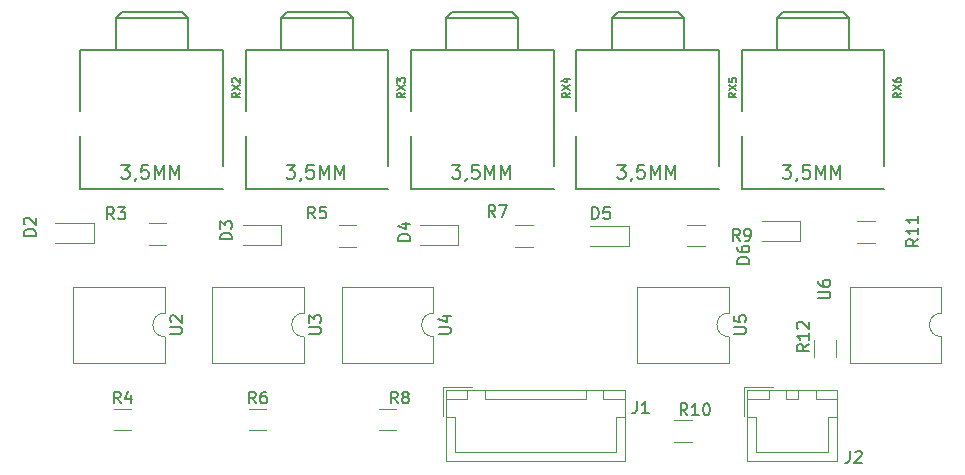
<source format=gbr>
%TF.GenerationSoftware,KiCad,Pcbnew,7.0.1-1.fc37*%
%TF.CreationDate,2023-03-21T22:33:27-05:00*%
%TF.ProjectId,midi_rx_board,6d696469-5f72-4785-9f62-6f6172642e6b,rev?*%
%TF.SameCoordinates,Original*%
%TF.FileFunction,Legend,Top*%
%TF.FilePolarity,Positive*%
%FSLAX46Y46*%
G04 Gerber Fmt 4.6, Leading zero omitted, Abs format (unit mm)*
G04 Created by KiCad (PCBNEW 7.0.1-1.fc37) date 2023-03-21 22:33:27*
%MOMM*%
%LPD*%
G01*
G04 APERTURE LIST*
%ADD10C,0.150000*%
%ADD11C,0.146304*%
%ADD12C,0.127000*%
%ADD13C,0.120000*%
%ADD14C,0.203200*%
G04 APERTURE END LIST*
D10*
%TO.C,U4*%
X158332619Y-46761904D02*
X159142142Y-46761904D01*
X159142142Y-46761904D02*
X159237380Y-46714285D01*
X159237380Y-46714285D02*
X159285000Y-46666666D01*
X159285000Y-46666666D02*
X159332619Y-46571428D01*
X159332619Y-46571428D02*
X159332619Y-46380952D01*
X159332619Y-46380952D02*
X159285000Y-46285714D01*
X159285000Y-46285714D02*
X159237380Y-46238095D01*
X159237380Y-46238095D02*
X159142142Y-46190476D01*
X159142142Y-46190476D02*
X158332619Y-46190476D01*
X158665952Y-45285714D02*
X159332619Y-45285714D01*
X158285000Y-45523809D02*
X158999285Y-45761904D01*
X158999285Y-45761904D02*
X158999285Y-45142857D01*
%TO.C,D3*%
X140803681Y-38767968D02*
X139803681Y-38767968D01*
X139803681Y-38767968D02*
X139803681Y-38529873D01*
X139803681Y-38529873D02*
X139851300Y-38387016D01*
X139851300Y-38387016D02*
X139946538Y-38291778D01*
X139946538Y-38291778D02*
X140041776Y-38244159D01*
X140041776Y-38244159D02*
X140232252Y-38196540D01*
X140232252Y-38196540D02*
X140375109Y-38196540D01*
X140375109Y-38196540D02*
X140565585Y-38244159D01*
X140565585Y-38244159D02*
X140660823Y-38291778D01*
X140660823Y-38291778D02*
X140756062Y-38387016D01*
X140756062Y-38387016D02*
X140803681Y-38529873D01*
X140803681Y-38529873D02*
X140803681Y-38767968D01*
X139803681Y-37863206D02*
X139803681Y-37244159D01*
X139803681Y-37244159D02*
X140184633Y-37577492D01*
X140184633Y-37577492D02*
X140184633Y-37434635D01*
X140184633Y-37434635D02*
X140232252Y-37339397D01*
X140232252Y-37339397D02*
X140279871Y-37291778D01*
X140279871Y-37291778D02*
X140375109Y-37244159D01*
X140375109Y-37244159D02*
X140613204Y-37244159D01*
X140613204Y-37244159D02*
X140708442Y-37291778D01*
X140708442Y-37291778D02*
X140756062Y-37339397D01*
X140756062Y-37339397D02*
X140803681Y-37434635D01*
X140803681Y-37434635D02*
X140803681Y-37720349D01*
X140803681Y-37720349D02*
X140756062Y-37815587D01*
X140756062Y-37815587D02*
X140708442Y-37863206D01*
D11*
%TO.C,RX4*%
X169398433Y-26359467D02*
X169081054Y-26581632D01*
X169398433Y-26740322D02*
X168731937Y-26740322D01*
X168731937Y-26740322D02*
X168731937Y-26486419D01*
X168731937Y-26486419D02*
X168763675Y-26422943D01*
X168763675Y-26422943D02*
X168795413Y-26391205D01*
X168795413Y-26391205D02*
X168858889Y-26359467D01*
X168858889Y-26359467D02*
X168954103Y-26359467D01*
X168954103Y-26359467D02*
X169017579Y-26391205D01*
X169017579Y-26391205D02*
X169049316Y-26422943D01*
X169049316Y-26422943D02*
X169081054Y-26486419D01*
X169081054Y-26486419D02*
X169081054Y-26740322D01*
X168731937Y-26137302D02*
X169398433Y-25692971D01*
X168731937Y-25692971D02*
X169398433Y-26137302D01*
X168954103Y-25153427D02*
X169398433Y-25153427D01*
X168700200Y-25312116D02*
X169176268Y-25470806D01*
X169176268Y-25470806D02*
X169176268Y-25058213D01*
D12*
X159432285Y-32485118D02*
X160139857Y-32485118D01*
X160139857Y-32485118D02*
X159758857Y-32920547D01*
X159758857Y-32920547D02*
X159922142Y-32920547D01*
X159922142Y-32920547D02*
X160031000Y-32974975D01*
X160031000Y-32974975D02*
X160085428Y-33029404D01*
X160085428Y-33029404D02*
X160139857Y-33138261D01*
X160139857Y-33138261D02*
X160139857Y-33410404D01*
X160139857Y-33410404D02*
X160085428Y-33519261D01*
X160085428Y-33519261D02*
X160031000Y-33573690D01*
X160031000Y-33573690D02*
X159922142Y-33628118D01*
X159922142Y-33628118D02*
X159595571Y-33628118D01*
X159595571Y-33628118D02*
X159486714Y-33573690D01*
X159486714Y-33573690D02*
X159432285Y-33519261D01*
X160684142Y-33573690D02*
X160684142Y-33628118D01*
X160684142Y-33628118D02*
X160629713Y-33736975D01*
X160629713Y-33736975D02*
X160575285Y-33791404D01*
X161718285Y-32485118D02*
X161173999Y-32485118D01*
X161173999Y-32485118D02*
X161119571Y-33029404D01*
X161119571Y-33029404D02*
X161173999Y-32974975D01*
X161173999Y-32974975D02*
X161282857Y-32920547D01*
X161282857Y-32920547D02*
X161554999Y-32920547D01*
X161554999Y-32920547D02*
X161663857Y-32974975D01*
X161663857Y-32974975D02*
X161718285Y-33029404D01*
X161718285Y-33029404D02*
X161772714Y-33138261D01*
X161772714Y-33138261D02*
X161772714Y-33410404D01*
X161772714Y-33410404D02*
X161718285Y-33519261D01*
X161718285Y-33519261D02*
X161663857Y-33573690D01*
X161663857Y-33573690D02*
X161554999Y-33628118D01*
X161554999Y-33628118D02*
X161282857Y-33628118D01*
X161282857Y-33628118D02*
X161173999Y-33573690D01*
X161173999Y-33573690D02*
X161119571Y-33519261D01*
X162262570Y-33628118D02*
X162262570Y-32485118D01*
X162262570Y-32485118D02*
X162643570Y-33301547D01*
X162643570Y-33301547D02*
X163024570Y-32485118D01*
X163024570Y-32485118D02*
X163024570Y-33628118D01*
X163568856Y-33628118D02*
X163568856Y-32485118D01*
X163568856Y-32485118D02*
X163949856Y-33301547D01*
X163949856Y-33301547D02*
X164330856Y-32485118D01*
X164330856Y-32485118D02*
X164330856Y-33628118D01*
D10*
%TO.C,U2*%
X135567619Y-46761904D02*
X136377142Y-46761904D01*
X136377142Y-46761904D02*
X136472380Y-46714285D01*
X136472380Y-46714285D02*
X136520000Y-46666666D01*
X136520000Y-46666666D02*
X136567619Y-46571428D01*
X136567619Y-46571428D02*
X136567619Y-46380952D01*
X136567619Y-46380952D02*
X136520000Y-46285714D01*
X136520000Y-46285714D02*
X136472380Y-46238095D01*
X136472380Y-46238095D02*
X136377142Y-46190476D01*
X136377142Y-46190476D02*
X135567619Y-46190476D01*
X135662857Y-45761904D02*
X135615238Y-45714285D01*
X135615238Y-45714285D02*
X135567619Y-45619047D01*
X135567619Y-45619047D02*
X135567619Y-45380952D01*
X135567619Y-45380952D02*
X135615238Y-45285714D01*
X135615238Y-45285714D02*
X135662857Y-45238095D01*
X135662857Y-45238095D02*
X135758095Y-45190476D01*
X135758095Y-45190476D02*
X135853333Y-45190476D01*
X135853333Y-45190476D02*
X135996190Y-45238095D01*
X135996190Y-45238095D02*
X136567619Y-45809523D01*
X136567619Y-45809523D02*
X136567619Y-45190476D01*
%TO.C,U6*%
X190462619Y-43761904D02*
X191272142Y-43761904D01*
X191272142Y-43761904D02*
X191367380Y-43714285D01*
X191367380Y-43714285D02*
X191415000Y-43666666D01*
X191415000Y-43666666D02*
X191462619Y-43571428D01*
X191462619Y-43571428D02*
X191462619Y-43380952D01*
X191462619Y-43380952D02*
X191415000Y-43285714D01*
X191415000Y-43285714D02*
X191367380Y-43238095D01*
X191367380Y-43238095D02*
X191272142Y-43190476D01*
X191272142Y-43190476D02*
X190462619Y-43190476D01*
X190462619Y-42285714D02*
X190462619Y-42476190D01*
X190462619Y-42476190D02*
X190510238Y-42571428D01*
X190510238Y-42571428D02*
X190557857Y-42619047D01*
X190557857Y-42619047D02*
X190700714Y-42714285D01*
X190700714Y-42714285D02*
X190891190Y-42761904D01*
X190891190Y-42761904D02*
X191272142Y-42761904D01*
X191272142Y-42761904D02*
X191367380Y-42714285D01*
X191367380Y-42714285D02*
X191415000Y-42666666D01*
X191415000Y-42666666D02*
X191462619Y-42571428D01*
X191462619Y-42571428D02*
X191462619Y-42380952D01*
X191462619Y-42380952D02*
X191415000Y-42285714D01*
X191415000Y-42285714D02*
X191367380Y-42238095D01*
X191367380Y-42238095D02*
X191272142Y-42190476D01*
X191272142Y-42190476D02*
X191034047Y-42190476D01*
X191034047Y-42190476D02*
X190938809Y-42238095D01*
X190938809Y-42238095D02*
X190891190Y-42285714D01*
X190891190Y-42285714D02*
X190843571Y-42380952D01*
X190843571Y-42380952D02*
X190843571Y-42571428D01*
X190843571Y-42571428D02*
X190891190Y-42666666D01*
X190891190Y-42666666D02*
X190938809Y-42714285D01*
X190938809Y-42714285D02*
X191034047Y-42761904D01*
%TO.C,R3*%
X130823050Y-37053445D02*
X130489717Y-36577254D01*
X130251622Y-37053445D02*
X130251622Y-36053445D01*
X130251622Y-36053445D02*
X130632574Y-36053445D01*
X130632574Y-36053445D02*
X130727812Y-36101064D01*
X130727812Y-36101064D02*
X130775431Y-36148683D01*
X130775431Y-36148683D02*
X130823050Y-36243921D01*
X130823050Y-36243921D02*
X130823050Y-36386778D01*
X130823050Y-36386778D02*
X130775431Y-36482016D01*
X130775431Y-36482016D02*
X130727812Y-36529635D01*
X130727812Y-36529635D02*
X130632574Y-36577254D01*
X130632574Y-36577254D02*
X130251622Y-36577254D01*
X131156384Y-36053445D02*
X131775431Y-36053445D01*
X131775431Y-36053445D02*
X131442098Y-36434397D01*
X131442098Y-36434397D02*
X131584955Y-36434397D01*
X131584955Y-36434397D02*
X131680193Y-36482016D01*
X131680193Y-36482016D02*
X131727812Y-36529635D01*
X131727812Y-36529635D02*
X131775431Y-36624873D01*
X131775431Y-36624873D02*
X131775431Y-36862968D01*
X131775431Y-36862968D02*
X131727812Y-36958206D01*
X131727812Y-36958206D02*
X131680193Y-37005826D01*
X131680193Y-37005826D02*
X131584955Y-37053445D01*
X131584955Y-37053445D02*
X131299241Y-37053445D01*
X131299241Y-37053445D02*
X131204003Y-37005826D01*
X131204003Y-37005826D02*
X131156384Y-36958206D01*
%TO.C,U3*%
X147332619Y-46761904D02*
X148142142Y-46761904D01*
X148142142Y-46761904D02*
X148237380Y-46714285D01*
X148237380Y-46714285D02*
X148285000Y-46666666D01*
X148285000Y-46666666D02*
X148332619Y-46571428D01*
X148332619Y-46571428D02*
X148332619Y-46380952D01*
X148332619Y-46380952D02*
X148285000Y-46285714D01*
X148285000Y-46285714D02*
X148237380Y-46238095D01*
X148237380Y-46238095D02*
X148142142Y-46190476D01*
X148142142Y-46190476D02*
X147332619Y-46190476D01*
X147332619Y-45809523D02*
X147332619Y-45190476D01*
X147332619Y-45190476D02*
X147713571Y-45523809D01*
X147713571Y-45523809D02*
X147713571Y-45380952D01*
X147713571Y-45380952D02*
X147761190Y-45285714D01*
X147761190Y-45285714D02*
X147808809Y-45238095D01*
X147808809Y-45238095D02*
X147904047Y-45190476D01*
X147904047Y-45190476D02*
X148142142Y-45190476D01*
X148142142Y-45190476D02*
X148237380Y-45238095D01*
X148237380Y-45238095D02*
X148285000Y-45285714D01*
X148285000Y-45285714D02*
X148332619Y-45380952D01*
X148332619Y-45380952D02*
X148332619Y-45666666D01*
X148332619Y-45666666D02*
X148285000Y-45761904D01*
X148285000Y-45761904D02*
X148237380Y-45809523D01*
%TO.C,J2*%
X193132848Y-56677549D02*
X193132848Y-57391834D01*
X193132848Y-57391834D02*
X193085229Y-57534691D01*
X193085229Y-57534691D02*
X192989991Y-57629930D01*
X192989991Y-57629930D02*
X192847134Y-57677549D01*
X192847134Y-57677549D02*
X192751896Y-57677549D01*
X193561420Y-56772787D02*
X193609039Y-56725168D01*
X193609039Y-56725168D02*
X193704277Y-56677549D01*
X193704277Y-56677549D02*
X193942372Y-56677549D01*
X193942372Y-56677549D02*
X194037610Y-56725168D01*
X194037610Y-56725168D02*
X194085229Y-56772787D01*
X194085229Y-56772787D02*
X194132848Y-56868025D01*
X194132848Y-56868025D02*
X194132848Y-56963263D01*
X194132848Y-56963263D02*
X194085229Y-57106120D01*
X194085229Y-57106120D02*
X193513801Y-57677549D01*
X193513801Y-57677549D02*
X194132848Y-57677549D01*
D11*
%TO.C,RX5*%
X183518433Y-26359467D02*
X183201054Y-26581632D01*
X183518433Y-26740322D02*
X182851937Y-26740322D01*
X182851937Y-26740322D02*
X182851937Y-26486419D01*
X182851937Y-26486419D02*
X182883675Y-26422943D01*
X182883675Y-26422943D02*
X182915413Y-26391205D01*
X182915413Y-26391205D02*
X182978889Y-26359467D01*
X182978889Y-26359467D02*
X183074103Y-26359467D01*
X183074103Y-26359467D02*
X183137579Y-26391205D01*
X183137579Y-26391205D02*
X183169316Y-26422943D01*
X183169316Y-26422943D02*
X183201054Y-26486419D01*
X183201054Y-26486419D02*
X183201054Y-26740322D01*
X182851937Y-26137302D02*
X183518433Y-25692971D01*
X182851937Y-25692971D02*
X183518433Y-26137302D01*
X182851937Y-25121689D02*
X182851937Y-25439068D01*
X182851937Y-25439068D02*
X183169316Y-25470806D01*
X183169316Y-25470806D02*
X183137579Y-25439068D01*
X183137579Y-25439068D02*
X183105841Y-25375592D01*
X183105841Y-25375592D02*
X183105841Y-25216903D01*
X183105841Y-25216903D02*
X183137579Y-25153427D01*
X183137579Y-25153427D02*
X183169316Y-25121689D01*
X183169316Y-25121689D02*
X183232792Y-25089951D01*
X183232792Y-25089951D02*
X183391482Y-25089951D01*
X183391482Y-25089951D02*
X183454958Y-25121689D01*
X183454958Y-25121689D02*
X183486696Y-25153427D01*
X183486696Y-25153427D02*
X183518433Y-25216903D01*
X183518433Y-25216903D02*
X183518433Y-25375592D01*
X183518433Y-25375592D02*
X183486696Y-25439068D01*
X183486696Y-25439068D02*
X183454958Y-25470806D01*
D12*
X173432285Y-32485118D02*
X174139857Y-32485118D01*
X174139857Y-32485118D02*
X173758857Y-32920547D01*
X173758857Y-32920547D02*
X173922142Y-32920547D01*
X173922142Y-32920547D02*
X174031000Y-32974975D01*
X174031000Y-32974975D02*
X174085428Y-33029404D01*
X174085428Y-33029404D02*
X174139857Y-33138261D01*
X174139857Y-33138261D02*
X174139857Y-33410404D01*
X174139857Y-33410404D02*
X174085428Y-33519261D01*
X174085428Y-33519261D02*
X174031000Y-33573690D01*
X174031000Y-33573690D02*
X173922142Y-33628118D01*
X173922142Y-33628118D02*
X173595571Y-33628118D01*
X173595571Y-33628118D02*
X173486714Y-33573690D01*
X173486714Y-33573690D02*
X173432285Y-33519261D01*
X174684142Y-33573690D02*
X174684142Y-33628118D01*
X174684142Y-33628118D02*
X174629713Y-33736975D01*
X174629713Y-33736975D02*
X174575285Y-33791404D01*
X175718285Y-32485118D02*
X175173999Y-32485118D01*
X175173999Y-32485118D02*
X175119571Y-33029404D01*
X175119571Y-33029404D02*
X175173999Y-32974975D01*
X175173999Y-32974975D02*
X175282857Y-32920547D01*
X175282857Y-32920547D02*
X175554999Y-32920547D01*
X175554999Y-32920547D02*
X175663857Y-32974975D01*
X175663857Y-32974975D02*
X175718285Y-33029404D01*
X175718285Y-33029404D02*
X175772714Y-33138261D01*
X175772714Y-33138261D02*
X175772714Y-33410404D01*
X175772714Y-33410404D02*
X175718285Y-33519261D01*
X175718285Y-33519261D02*
X175663857Y-33573690D01*
X175663857Y-33573690D02*
X175554999Y-33628118D01*
X175554999Y-33628118D02*
X175282857Y-33628118D01*
X175282857Y-33628118D02*
X175173999Y-33573690D01*
X175173999Y-33573690D02*
X175119571Y-33519261D01*
X176262570Y-33628118D02*
X176262570Y-32485118D01*
X176262570Y-32485118D02*
X176643570Y-33301547D01*
X176643570Y-33301547D02*
X177024570Y-32485118D01*
X177024570Y-32485118D02*
X177024570Y-33628118D01*
X177568856Y-33628118D02*
X177568856Y-32485118D01*
X177568856Y-32485118D02*
X177949856Y-33301547D01*
X177949856Y-33301547D02*
X178330856Y-32485118D01*
X178330856Y-32485118D02*
X178330856Y-33628118D01*
D10*
%TO.C,R7*%
X163110879Y-36875511D02*
X162777546Y-36399320D01*
X162539451Y-36875511D02*
X162539451Y-35875511D01*
X162539451Y-35875511D02*
X162920403Y-35875511D01*
X162920403Y-35875511D02*
X163015641Y-35923130D01*
X163015641Y-35923130D02*
X163063260Y-35970749D01*
X163063260Y-35970749D02*
X163110879Y-36065987D01*
X163110879Y-36065987D02*
X163110879Y-36208844D01*
X163110879Y-36208844D02*
X163063260Y-36304082D01*
X163063260Y-36304082D02*
X163015641Y-36351701D01*
X163015641Y-36351701D02*
X162920403Y-36399320D01*
X162920403Y-36399320D02*
X162539451Y-36399320D01*
X163444213Y-35875511D02*
X164110879Y-35875511D01*
X164110879Y-35875511D02*
X163682308Y-36875511D01*
D11*
%TO.C,RX6*%
X197458433Y-26359467D02*
X197141054Y-26581632D01*
X197458433Y-26740322D02*
X196791937Y-26740322D01*
X196791937Y-26740322D02*
X196791937Y-26486419D01*
X196791937Y-26486419D02*
X196823675Y-26422943D01*
X196823675Y-26422943D02*
X196855413Y-26391205D01*
X196855413Y-26391205D02*
X196918889Y-26359467D01*
X196918889Y-26359467D02*
X197014103Y-26359467D01*
X197014103Y-26359467D02*
X197077579Y-26391205D01*
X197077579Y-26391205D02*
X197109316Y-26422943D01*
X197109316Y-26422943D02*
X197141054Y-26486419D01*
X197141054Y-26486419D02*
X197141054Y-26740322D01*
X196791937Y-26137302D02*
X197458433Y-25692971D01*
X196791937Y-25692971D02*
X197458433Y-26137302D01*
X196791937Y-25153427D02*
X196791937Y-25280378D01*
X196791937Y-25280378D02*
X196823675Y-25343854D01*
X196823675Y-25343854D02*
X196855413Y-25375592D01*
X196855413Y-25375592D02*
X196950627Y-25439068D01*
X196950627Y-25439068D02*
X197077579Y-25470806D01*
X197077579Y-25470806D02*
X197331482Y-25470806D01*
X197331482Y-25470806D02*
X197394958Y-25439068D01*
X197394958Y-25439068D02*
X197426696Y-25407330D01*
X197426696Y-25407330D02*
X197458433Y-25343854D01*
X197458433Y-25343854D02*
X197458433Y-25216903D01*
X197458433Y-25216903D02*
X197426696Y-25153427D01*
X197426696Y-25153427D02*
X197394958Y-25121689D01*
X197394958Y-25121689D02*
X197331482Y-25089951D01*
X197331482Y-25089951D02*
X197172792Y-25089951D01*
X197172792Y-25089951D02*
X197109316Y-25121689D01*
X197109316Y-25121689D02*
X197077579Y-25153427D01*
X197077579Y-25153427D02*
X197045841Y-25216903D01*
X197045841Y-25216903D02*
X197045841Y-25343854D01*
X197045841Y-25343854D02*
X197077579Y-25407330D01*
X197077579Y-25407330D02*
X197109316Y-25439068D01*
X197109316Y-25439068D02*
X197172792Y-25470806D01*
D12*
X187432285Y-32485118D02*
X188139857Y-32485118D01*
X188139857Y-32485118D02*
X187758857Y-32920547D01*
X187758857Y-32920547D02*
X187922142Y-32920547D01*
X187922142Y-32920547D02*
X188031000Y-32974975D01*
X188031000Y-32974975D02*
X188085428Y-33029404D01*
X188085428Y-33029404D02*
X188139857Y-33138261D01*
X188139857Y-33138261D02*
X188139857Y-33410404D01*
X188139857Y-33410404D02*
X188085428Y-33519261D01*
X188085428Y-33519261D02*
X188031000Y-33573690D01*
X188031000Y-33573690D02*
X187922142Y-33628118D01*
X187922142Y-33628118D02*
X187595571Y-33628118D01*
X187595571Y-33628118D02*
X187486714Y-33573690D01*
X187486714Y-33573690D02*
X187432285Y-33519261D01*
X188684142Y-33573690D02*
X188684142Y-33628118D01*
X188684142Y-33628118D02*
X188629713Y-33736975D01*
X188629713Y-33736975D02*
X188575285Y-33791404D01*
X189718285Y-32485118D02*
X189173999Y-32485118D01*
X189173999Y-32485118D02*
X189119571Y-33029404D01*
X189119571Y-33029404D02*
X189173999Y-32974975D01*
X189173999Y-32974975D02*
X189282857Y-32920547D01*
X189282857Y-32920547D02*
X189554999Y-32920547D01*
X189554999Y-32920547D02*
X189663857Y-32974975D01*
X189663857Y-32974975D02*
X189718285Y-33029404D01*
X189718285Y-33029404D02*
X189772714Y-33138261D01*
X189772714Y-33138261D02*
X189772714Y-33410404D01*
X189772714Y-33410404D02*
X189718285Y-33519261D01*
X189718285Y-33519261D02*
X189663857Y-33573690D01*
X189663857Y-33573690D02*
X189554999Y-33628118D01*
X189554999Y-33628118D02*
X189282857Y-33628118D01*
X189282857Y-33628118D02*
X189173999Y-33573690D01*
X189173999Y-33573690D02*
X189119571Y-33519261D01*
X190262570Y-33628118D02*
X190262570Y-32485118D01*
X190262570Y-32485118D02*
X190643570Y-33301547D01*
X190643570Y-33301547D02*
X191024570Y-32485118D01*
X191024570Y-32485118D02*
X191024570Y-33628118D01*
X191568856Y-33628118D02*
X191568856Y-32485118D01*
X191568856Y-32485118D02*
X191949856Y-33301547D01*
X191949856Y-33301547D02*
X192330856Y-32485118D01*
X192330856Y-32485118D02*
X192330856Y-33628118D01*
D10*
%TO.C,D5*%
X171304688Y-37037659D02*
X171304688Y-36037659D01*
X171304688Y-36037659D02*
X171542783Y-36037659D01*
X171542783Y-36037659D02*
X171685640Y-36085278D01*
X171685640Y-36085278D02*
X171780878Y-36180516D01*
X171780878Y-36180516D02*
X171828497Y-36275754D01*
X171828497Y-36275754D02*
X171876116Y-36466230D01*
X171876116Y-36466230D02*
X171876116Y-36609087D01*
X171876116Y-36609087D02*
X171828497Y-36799563D01*
X171828497Y-36799563D02*
X171780878Y-36894801D01*
X171780878Y-36894801D02*
X171685640Y-36990040D01*
X171685640Y-36990040D02*
X171542783Y-37037659D01*
X171542783Y-37037659D02*
X171304688Y-37037659D01*
X172780878Y-36037659D02*
X172304688Y-36037659D01*
X172304688Y-36037659D02*
X172257069Y-36513849D01*
X172257069Y-36513849D02*
X172304688Y-36466230D01*
X172304688Y-36466230D02*
X172399926Y-36418611D01*
X172399926Y-36418611D02*
X172638021Y-36418611D01*
X172638021Y-36418611D02*
X172733259Y-36466230D01*
X172733259Y-36466230D02*
X172780878Y-36513849D01*
X172780878Y-36513849D02*
X172828497Y-36609087D01*
X172828497Y-36609087D02*
X172828497Y-36847182D01*
X172828497Y-36847182D02*
X172780878Y-36942420D01*
X172780878Y-36942420D02*
X172733259Y-36990040D01*
X172733259Y-36990040D02*
X172638021Y-37037659D01*
X172638021Y-37037659D02*
X172399926Y-37037659D01*
X172399926Y-37037659D02*
X172304688Y-36990040D01*
X172304688Y-36990040D02*
X172257069Y-36942420D01*
%TO.C,R9*%
X183806956Y-38875167D02*
X183473623Y-38398976D01*
X183235528Y-38875167D02*
X183235528Y-37875167D01*
X183235528Y-37875167D02*
X183616480Y-37875167D01*
X183616480Y-37875167D02*
X183711718Y-37922786D01*
X183711718Y-37922786D02*
X183759337Y-37970405D01*
X183759337Y-37970405D02*
X183806956Y-38065643D01*
X183806956Y-38065643D02*
X183806956Y-38208500D01*
X183806956Y-38208500D02*
X183759337Y-38303738D01*
X183759337Y-38303738D02*
X183711718Y-38351357D01*
X183711718Y-38351357D02*
X183616480Y-38398976D01*
X183616480Y-38398976D02*
X183235528Y-38398976D01*
X184283147Y-38875167D02*
X184473623Y-38875167D01*
X184473623Y-38875167D02*
X184568861Y-38827548D01*
X184568861Y-38827548D02*
X184616480Y-38779928D01*
X184616480Y-38779928D02*
X184711718Y-38637071D01*
X184711718Y-38637071D02*
X184759337Y-38446595D01*
X184759337Y-38446595D02*
X184759337Y-38065643D01*
X184759337Y-38065643D02*
X184711718Y-37970405D01*
X184711718Y-37970405D02*
X184664099Y-37922786D01*
X184664099Y-37922786D02*
X184568861Y-37875167D01*
X184568861Y-37875167D02*
X184378385Y-37875167D01*
X184378385Y-37875167D02*
X184283147Y-37922786D01*
X184283147Y-37922786D02*
X184235528Y-37970405D01*
X184235528Y-37970405D02*
X184187909Y-38065643D01*
X184187909Y-38065643D02*
X184187909Y-38303738D01*
X184187909Y-38303738D02*
X184235528Y-38398976D01*
X184235528Y-38398976D02*
X184283147Y-38446595D01*
X184283147Y-38446595D02*
X184378385Y-38494214D01*
X184378385Y-38494214D02*
X184568861Y-38494214D01*
X184568861Y-38494214D02*
X184664099Y-38446595D01*
X184664099Y-38446595D02*
X184711718Y-38398976D01*
X184711718Y-38398976D02*
X184759337Y-38303738D01*
%TO.C,J1*%
X175086809Y-52470220D02*
X175086809Y-53184505D01*
X175086809Y-53184505D02*
X175039190Y-53327362D01*
X175039190Y-53327362D02*
X174943952Y-53422601D01*
X174943952Y-53422601D02*
X174801095Y-53470220D01*
X174801095Y-53470220D02*
X174705857Y-53470220D01*
X176086809Y-53470220D02*
X175515381Y-53470220D01*
X175801095Y-53470220D02*
X175801095Y-52470220D01*
X175801095Y-52470220D02*
X175705857Y-52613077D01*
X175705857Y-52613077D02*
X175610619Y-52708315D01*
X175610619Y-52708315D02*
X175515381Y-52755934D01*
%TO.C,D4*%
X155890516Y-38860366D02*
X154890516Y-38860366D01*
X154890516Y-38860366D02*
X154890516Y-38622271D01*
X154890516Y-38622271D02*
X154938135Y-38479414D01*
X154938135Y-38479414D02*
X155033373Y-38384176D01*
X155033373Y-38384176D02*
X155128611Y-38336557D01*
X155128611Y-38336557D02*
X155319087Y-38288938D01*
X155319087Y-38288938D02*
X155461944Y-38288938D01*
X155461944Y-38288938D02*
X155652420Y-38336557D01*
X155652420Y-38336557D02*
X155747658Y-38384176D01*
X155747658Y-38384176D02*
X155842897Y-38479414D01*
X155842897Y-38479414D02*
X155890516Y-38622271D01*
X155890516Y-38622271D02*
X155890516Y-38860366D01*
X155223849Y-37431795D02*
X155890516Y-37431795D01*
X154842897Y-37669890D02*
X155557182Y-37907985D01*
X155557182Y-37907985D02*
X155557182Y-37288938D01*
%TO.C,D2*%
X124190797Y-38441751D02*
X123190797Y-38441751D01*
X123190797Y-38441751D02*
X123190797Y-38203656D01*
X123190797Y-38203656D02*
X123238416Y-38060799D01*
X123238416Y-38060799D02*
X123333654Y-37965561D01*
X123333654Y-37965561D02*
X123428892Y-37917942D01*
X123428892Y-37917942D02*
X123619368Y-37870323D01*
X123619368Y-37870323D02*
X123762225Y-37870323D01*
X123762225Y-37870323D02*
X123952701Y-37917942D01*
X123952701Y-37917942D02*
X124047939Y-37965561D01*
X124047939Y-37965561D02*
X124143178Y-38060799D01*
X124143178Y-38060799D02*
X124190797Y-38203656D01*
X124190797Y-38203656D02*
X124190797Y-38441751D01*
X123286035Y-37489370D02*
X123238416Y-37441751D01*
X123238416Y-37441751D02*
X123190797Y-37346513D01*
X123190797Y-37346513D02*
X123190797Y-37108418D01*
X123190797Y-37108418D02*
X123238416Y-37013180D01*
X123238416Y-37013180D02*
X123286035Y-36965561D01*
X123286035Y-36965561D02*
X123381273Y-36917942D01*
X123381273Y-36917942D02*
X123476511Y-36917942D01*
X123476511Y-36917942D02*
X123619368Y-36965561D01*
X123619368Y-36965561D02*
X124190797Y-37536989D01*
X124190797Y-37536989D02*
X124190797Y-36917942D01*
%TO.C,R6*%
X142833333Y-52642619D02*
X142500000Y-52166428D01*
X142261905Y-52642619D02*
X142261905Y-51642619D01*
X142261905Y-51642619D02*
X142642857Y-51642619D01*
X142642857Y-51642619D02*
X142738095Y-51690238D01*
X142738095Y-51690238D02*
X142785714Y-51737857D01*
X142785714Y-51737857D02*
X142833333Y-51833095D01*
X142833333Y-51833095D02*
X142833333Y-51975952D01*
X142833333Y-51975952D02*
X142785714Y-52071190D01*
X142785714Y-52071190D02*
X142738095Y-52118809D01*
X142738095Y-52118809D02*
X142642857Y-52166428D01*
X142642857Y-52166428D02*
X142261905Y-52166428D01*
X143690476Y-51642619D02*
X143500000Y-51642619D01*
X143500000Y-51642619D02*
X143404762Y-51690238D01*
X143404762Y-51690238D02*
X143357143Y-51737857D01*
X143357143Y-51737857D02*
X143261905Y-51880714D01*
X143261905Y-51880714D02*
X143214286Y-52071190D01*
X143214286Y-52071190D02*
X143214286Y-52452142D01*
X143214286Y-52452142D02*
X143261905Y-52547380D01*
X143261905Y-52547380D02*
X143309524Y-52595000D01*
X143309524Y-52595000D02*
X143404762Y-52642619D01*
X143404762Y-52642619D02*
X143595238Y-52642619D01*
X143595238Y-52642619D02*
X143690476Y-52595000D01*
X143690476Y-52595000D02*
X143738095Y-52547380D01*
X143738095Y-52547380D02*
X143785714Y-52452142D01*
X143785714Y-52452142D02*
X143785714Y-52214047D01*
X143785714Y-52214047D02*
X143738095Y-52118809D01*
X143738095Y-52118809D02*
X143690476Y-52071190D01*
X143690476Y-52071190D02*
X143595238Y-52023571D01*
X143595238Y-52023571D02*
X143404762Y-52023571D01*
X143404762Y-52023571D02*
X143309524Y-52071190D01*
X143309524Y-52071190D02*
X143261905Y-52118809D01*
X143261905Y-52118809D02*
X143214286Y-52214047D01*
D11*
%TO.C,RX3*%
X155458433Y-26359467D02*
X155141054Y-26581632D01*
X155458433Y-26740322D02*
X154791937Y-26740322D01*
X154791937Y-26740322D02*
X154791937Y-26486419D01*
X154791937Y-26486419D02*
X154823675Y-26422943D01*
X154823675Y-26422943D02*
X154855413Y-26391205D01*
X154855413Y-26391205D02*
X154918889Y-26359467D01*
X154918889Y-26359467D02*
X155014103Y-26359467D01*
X155014103Y-26359467D02*
X155077579Y-26391205D01*
X155077579Y-26391205D02*
X155109316Y-26422943D01*
X155109316Y-26422943D02*
X155141054Y-26486419D01*
X155141054Y-26486419D02*
X155141054Y-26740322D01*
X154791937Y-26137302D02*
X155458433Y-25692971D01*
X154791937Y-25692971D02*
X155458433Y-26137302D01*
X154791937Y-25502544D02*
X154791937Y-25089951D01*
X154791937Y-25089951D02*
X155045841Y-25312116D01*
X155045841Y-25312116D02*
X155045841Y-25216903D01*
X155045841Y-25216903D02*
X155077579Y-25153427D01*
X155077579Y-25153427D02*
X155109316Y-25121689D01*
X155109316Y-25121689D02*
X155172792Y-25089951D01*
X155172792Y-25089951D02*
X155331482Y-25089951D01*
X155331482Y-25089951D02*
X155394958Y-25121689D01*
X155394958Y-25121689D02*
X155426696Y-25153427D01*
X155426696Y-25153427D02*
X155458433Y-25216903D01*
X155458433Y-25216903D02*
X155458433Y-25407330D01*
X155458433Y-25407330D02*
X155426696Y-25470806D01*
X155426696Y-25470806D02*
X155394958Y-25502544D01*
D12*
X145432285Y-32485118D02*
X146139857Y-32485118D01*
X146139857Y-32485118D02*
X145758857Y-32920547D01*
X145758857Y-32920547D02*
X145922142Y-32920547D01*
X145922142Y-32920547D02*
X146031000Y-32974975D01*
X146031000Y-32974975D02*
X146085428Y-33029404D01*
X146085428Y-33029404D02*
X146139857Y-33138261D01*
X146139857Y-33138261D02*
X146139857Y-33410404D01*
X146139857Y-33410404D02*
X146085428Y-33519261D01*
X146085428Y-33519261D02*
X146031000Y-33573690D01*
X146031000Y-33573690D02*
X145922142Y-33628118D01*
X145922142Y-33628118D02*
X145595571Y-33628118D01*
X145595571Y-33628118D02*
X145486714Y-33573690D01*
X145486714Y-33573690D02*
X145432285Y-33519261D01*
X146684142Y-33573690D02*
X146684142Y-33628118D01*
X146684142Y-33628118D02*
X146629713Y-33736975D01*
X146629713Y-33736975D02*
X146575285Y-33791404D01*
X147718285Y-32485118D02*
X147173999Y-32485118D01*
X147173999Y-32485118D02*
X147119571Y-33029404D01*
X147119571Y-33029404D02*
X147173999Y-32974975D01*
X147173999Y-32974975D02*
X147282857Y-32920547D01*
X147282857Y-32920547D02*
X147554999Y-32920547D01*
X147554999Y-32920547D02*
X147663857Y-32974975D01*
X147663857Y-32974975D02*
X147718285Y-33029404D01*
X147718285Y-33029404D02*
X147772714Y-33138261D01*
X147772714Y-33138261D02*
X147772714Y-33410404D01*
X147772714Y-33410404D02*
X147718285Y-33519261D01*
X147718285Y-33519261D02*
X147663857Y-33573690D01*
X147663857Y-33573690D02*
X147554999Y-33628118D01*
X147554999Y-33628118D02*
X147282857Y-33628118D01*
X147282857Y-33628118D02*
X147173999Y-33573690D01*
X147173999Y-33573690D02*
X147119571Y-33519261D01*
X148262570Y-33628118D02*
X148262570Y-32485118D01*
X148262570Y-32485118D02*
X148643570Y-33301547D01*
X148643570Y-33301547D02*
X149024570Y-32485118D01*
X149024570Y-32485118D02*
X149024570Y-33628118D01*
X149568856Y-33628118D02*
X149568856Y-32485118D01*
X149568856Y-32485118D02*
X149949856Y-33301547D01*
X149949856Y-33301547D02*
X150330856Y-32485118D01*
X150330856Y-32485118D02*
X150330856Y-33628118D01*
D10*
%TO.C,R4*%
X131383333Y-52642619D02*
X131050000Y-52166428D01*
X130811905Y-52642619D02*
X130811905Y-51642619D01*
X130811905Y-51642619D02*
X131192857Y-51642619D01*
X131192857Y-51642619D02*
X131288095Y-51690238D01*
X131288095Y-51690238D02*
X131335714Y-51737857D01*
X131335714Y-51737857D02*
X131383333Y-51833095D01*
X131383333Y-51833095D02*
X131383333Y-51975952D01*
X131383333Y-51975952D02*
X131335714Y-52071190D01*
X131335714Y-52071190D02*
X131288095Y-52118809D01*
X131288095Y-52118809D02*
X131192857Y-52166428D01*
X131192857Y-52166428D02*
X130811905Y-52166428D01*
X132240476Y-51975952D02*
X132240476Y-52642619D01*
X132002381Y-51595000D02*
X131764286Y-52309285D01*
X131764286Y-52309285D02*
X132383333Y-52309285D01*
%TO.C,R11*%
X198907073Y-38726626D02*
X198430882Y-39059959D01*
X198907073Y-39298054D02*
X197907073Y-39298054D01*
X197907073Y-39298054D02*
X197907073Y-38917102D01*
X197907073Y-38917102D02*
X197954692Y-38821864D01*
X197954692Y-38821864D02*
X198002311Y-38774245D01*
X198002311Y-38774245D02*
X198097549Y-38726626D01*
X198097549Y-38726626D02*
X198240406Y-38726626D01*
X198240406Y-38726626D02*
X198335644Y-38774245D01*
X198335644Y-38774245D02*
X198383263Y-38821864D01*
X198383263Y-38821864D02*
X198430882Y-38917102D01*
X198430882Y-38917102D02*
X198430882Y-39298054D01*
X198907073Y-37774245D02*
X198907073Y-38345673D01*
X198907073Y-38059959D02*
X197907073Y-38059959D01*
X197907073Y-38059959D02*
X198049930Y-38155197D01*
X198049930Y-38155197D02*
X198145168Y-38250435D01*
X198145168Y-38250435D02*
X198192787Y-38345673D01*
X198907073Y-36821864D02*
X198907073Y-37393292D01*
X198907073Y-37107578D02*
X197907073Y-37107578D01*
X197907073Y-37107578D02*
X198049930Y-37202816D01*
X198049930Y-37202816D02*
X198145168Y-37298054D01*
X198145168Y-37298054D02*
X198192787Y-37393292D01*
D11*
%TO.C,RX2*%
X141458433Y-26359467D02*
X141141054Y-26581632D01*
X141458433Y-26740322D02*
X140791937Y-26740322D01*
X140791937Y-26740322D02*
X140791937Y-26486419D01*
X140791937Y-26486419D02*
X140823675Y-26422943D01*
X140823675Y-26422943D02*
X140855413Y-26391205D01*
X140855413Y-26391205D02*
X140918889Y-26359467D01*
X140918889Y-26359467D02*
X141014103Y-26359467D01*
X141014103Y-26359467D02*
X141077579Y-26391205D01*
X141077579Y-26391205D02*
X141109316Y-26422943D01*
X141109316Y-26422943D02*
X141141054Y-26486419D01*
X141141054Y-26486419D02*
X141141054Y-26740322D01*
X140791937Y-26137302D02*
X141458433Y-25692971D01*
X140791937Y-25692971D02*
X141458433Y-26137302D01*
X140855413Y-25470806D02*
X140823675Y-25439068D01*
X140823675Y-25439068D02*
X140791937Y-25375592D01*
X140791937Y-25375592D02*
X140791937Y-25216903D01*
X140791937Y-25216903D02*
X140823675Y-25153427D01*
X140823675Y-25153427D02*
X140855413Y-25121689D01*
X140855413Y-25121689D02*
X140918889Y-25089951D01*
X140918889Y-25089951D02*
X140982365Y-25089951D01*
X140982365Y-25089951D02*
X141077579Y-25121689D01*
X141077579Y-25121689D02*
X141458433Y-25502544D01*
X141458433Y-25502544D02*
X141458433Y-25089951D01*
D12*
X131432285Y-32485118D02*
X132139857Y-32485118D01*
X132139857Y-32485118D02*
X131758857Y-32920547D01*
X131758857Y-32920547D02*
X131922142Y-32920547D01*
X131922142Y-32920547D02*
X132031000Y-32974975D01*
X132031000Y-32974975D02*
X132085428Y-33029404D01*
X132085428Y-33029404D02*
X132139857Y-33138261D01*
X132139857Y-33138261D02*
X132139857Y-33410404D01*
X132139857Y-33410404D02*
X132085428Y-33519261D01*
X132085428Y-33519261D02*
X132031000Y-33573690D01*
X132031000Y-33573690D02*
X131922142Y-33628118D01*
X131922142Y-33628118D02*
X131595571Y-33628118D01*
X131595571Y-33628118D02*
X131486714Y-33573690D01*
X131486714Y-33573690D02*
X131432285Y-33519261D01*
X132684142Y-33573690D02*
X132684142Y-33628118D01*
X132684142Y-33628118D02*
X132629713Y-33736975D01*
X132629713Y-33736975D02*
X132575285Y-33791404D01*
X133718285Y-32485118D02*
X133173999Y-32485118D01*
X133173999Y-32485118D02*
X133119571Y-33029404D01*
X133119571Y-33029404D02*
X133173999Y-32974975D01*
X133173999Y-32974975D02*
X133282857Y-32920547D01*
X133282857Y-32920547D02*
X133554999Y-32920547D01*
X133554999Y-32920547D02*
X133663857Y-32974975D01*
X133663857Y-32974975D02*
X133718285Y-33029404D01*
X133718285Y-33029404D02*
X133772714Y-33138261D01*
X133772714Y-33138261D02*
X133772714Y-33410404D01*
X133772714Y-33410404D02*
X133718285Y-33519261D01*
X133718285Y-33519261D02*
X133663857Y-33573690D01*
X133663857Y-33573690D02*
X133554999Y-33628118D01*
X133554999Y-33628118D02*
X133282857Y-33628118D01*
X133282857Y-33628118D02*
X133173999Y-33573690D01*
X133173999Y-33573690D02*
X133119571Y-33519261D01*
X134262570Y-33628118D02*
X134262570Y-32485118D01*
X134262570Y-32485118D02*
X134643570Y-33301547D01*
X134643570Y-33301547D02*
X135024570Y-32485118D01*
X135024570Y-32485118D02*
X135024570Y-33628118D01*
X135568856Y-33628118D02*
X135568856Y-32485118D01*
X135568856Y-32485118D02*
X135949856Y-33301547D01*
X135949856Y-33301547D02*
X136330856Y-32485118D01*
X136330856Y-32485118D02*
X136330856Y-33628118D01*
D10*
%TO.C,R5*%
X147840625Y-36982271D02*
X147507292Y-36506080D01*
X147269197Y-36982271D02*
X147269197Y-35982271D01*
X147269197Y-35982271D02*
X147650149Y-35982271D01*
X147650149Y-35982271D02*
X147745387Y-36029890D01*
X147745387Y-36029890D02*
X147793006Y-36077509D01*
X147793006Y-36077509D02*
X147840625Y-36172747D01*
X147840625Y-36172747D02*
X147840625Y-36315604D01*
X147840625Y-36315604D02*
X147793006Y-36410842D01*
X147793006Y-36410842D02*
X147745387Y-36458461D01*
X147745387Y-36458461D02*
X147650149Y-36506080D01*
X147650149Y-36506080D02*
X147269197Y-36506080D01*
X148745387Y-35982271D02*
X148269197Y-35982271D01*
X148269197Y-35982271D02*
X148221578Y-36458461D01*
X148221578Y-36458461D02*
X148269197Y-36410842D01*
X148269197Y-36410842D02*
X148364435Y-36363223D01*
X148364435Y-36363223D02*
X148602530Y-36363223D01*
X148602530Y-36363223D02*
X148697768Y-36410842D01*
X148697768Y-36410842D02*
X148745387Y-36458461D01*
X148745387Y-36458461D02*
X148793006Y-36553699D01*
X148793006Y-36553699D02*
X148793006Y-36791794D01*
X148793006Y-36791794D02*
X148745387Y-36887032D01*
X148745387Y-36887032D02*
X148697768Y-36934652D01*
X148697768Y-36934652D02*
X148602530Y-36982271D01*
X148602530Y-36982271D02*
X148364435Y-36982271D01*
X148364435Y-36982271D02*
X148269197Y-36934652D01*
X148269197Y-36934652D02*
X148221578Y-36887032D01*
%TO.C,U5*%
X183332619Y-46761904D02*
X184142142Y-46761904D01*
X184142142Y-46761904D02*
X184237380Y-46714285D01*
X184237380Y-46714285D02*
X184285000Y-46666666D01*
X184285000Y-46666666D02*
X184332619Y-46571428D01*
X184332619Y-46571428D02*
X184332619Y-46380952D01*
X184332619Y-46380952D02*
X184285000Y-46285714D01*
X184285000Y-46285714D02*
X184237380Y-46238095D01*
X184237380Y-46238095D02*
X184142142Y-46190476D01*
X184142142Y-46190476D02*
X183332619Y-46190476D01*
X183332619Y-45238095D02*
X183332619Y-45714285D01*
X183332619Y-45714285D02*
X183808809Y-45761904D01*
X183808809Y-45761904D02*
X183761190Y-45714285D01*
X183761190Y-45714285D02*
X183713571Y-45619047D01*
X183713571Y-45619047D02*
X183713571Y-45380952D01*
X183713571Y-45380952D02*
X183761190Y-45285714D01*
X183761190Y-45285714D02*
X183808809Y-45238095D01*
X183808809Y-45238095D02*
X183904047Y-45190476D01*
X183904047Y-45190476D02*
X184142142Y-45190476D01*
X184142142Y-45190476D02*
X184237380Y-45238095D01*
X184237380Y-45238095D02*
X184285000Y-45285714D01*
X184285000Y-45285714D02*
X184332619Y-45380952D01*
X184332619Y-45380952D02*
X184332619Y-45619047D01*
X184332619Y-45619047D02*
X184285000Y-45714285D01*
X184285000Y-45714285D02*
X184237380Y-45761904D01*
%TO.C,R10*%
X179357142Y-53642619D02*
X179023809Y-53166428D01*
X178785714Y-53642619D02*
X178785714Y-52642619D01*
X178785714Y-52642619D02*
X179166666Y-52642619D01*
X179166666Y-52642619D02*
X179261904Y-52690238D01*
X179261904Y-52690238D02*
X179309523Y-52737857D01*
X179309523Y-52737857D02*
X179357142Y-52833095D01*
X179357142Y-52833095D02*
X179357142Y-52975952D01*
X179357142Y-52975952D02*
X179309523Y-53071190D01*
X179309523Y-53071190D02*
X179261904Y-53118809D01*
X179261904Y-53118809D02*
X179166666Y-53166428D01*
X179166666Y-53166428D02*
X178785714Y-53166428D01*
X180309523Y-53642619D02*
X179738095Y-53642619D01*
X180023809Y-53642619D02*
X180023809Y-52642619D01*
X180023809Y-52642619D02*
X179928571Y-52785476D01*
X179928571Y-52785476D02*
X179833333Y-52880714D01*
X179833333Y-52880714D02*
X179738095Y-52928333D01*
X180928571Y-52642619D02*
X181023809Y-52642619D01*
X181023809Y-52642619D02*
X181119047Y-52690238D01*
X181119047Y-52690238D02*
X181166666Y-52737857D01*
X181166666Y-52737857D02*
X181214285Y-52833095D01*
X181214285Y-52833095D02*
X181261904Y-53023571D01*
X181261904Y-53023571D02*
X181261904Y-53261666D01*
X181261904Y-53261666D02*
X181214285Y-53452142D01*
X181214285Y-53452142D02*
X181166666Y-53547380D01*
X181166666Y-53547380D02*
X181119047Y-53595000D01*
X181119047Y-53595000D02*
X181023809Y-53642619D01*
X181023809Y-53642619D02*
X180928571Y-53642619D01*
X180928571Y-53642619D02*
X180833333Y-53595000D01*
X180833333Y-53595000D02*
X180785714Y-53547380D01*
X180785714Y-53547380D02*
X180738095Y-53452142D01*
X180738095Y-53452142D02*
X180690476Y-53261666D01*
X180690476Y-53261666D02*
X180690476Y-53023571D01*
X180690476Y-53023571D02*
X180738095Y-52833095D01*
X180738095Y-52833095D02*
X180785714Y-52737857D01*
X180785714Y-52737857D02*
X180833333Y-52690238D01*
X180833333Y-52690238D02*
X180928571Y-52642619D01*
%TO.C,R12*%
X189642619Y-47642857D02*
X189166428Y-47976190D01*
X189642619Y-48214285D02*
X188642619Y-48214285D01*
X188642619Y-48214285D02*
X188642619Y-47833333D01*
X188642619Y-47833333D02*
X188690238Y-47738095D01*
X188690238Y-47738095D02*
X188737857Y-47690476D01*
X188737857Y-47690476D02*
X188833095Y-47642857D01*
X188833095Y-47642857D02*
X188975952Y-47642857D01*
X188975952Y-47642857D02*
X189071190Y-47690476D01*
X189071190Y-47690476D02*
X189118809Y-47738095D01*
X189118809Y-47738095D02*
X189166428Y-47833333D01*
X189166428Y-47833333D02*
X189166428Y-48214285D01*
X189642619Y-46690476D02*
X189642619Y-47261904D01*
X189642619Y-46976190D02*
X188642619Y-46976190D01*
X188642619Y-46976190D02*
X188785476Y-47071428D01*
X188785476Y-47071428D02*
X188880714Y-47166666D01*
X188880714Y-47166666D02*
X188928333Y-47261904D01*
X188737857Y-46309523D02*
X188690238Y-46261904D01*
X188690238Y-46261904D02*
X188642619Y-46166666D01*
X188642619Y-46166666D02*
X188642619Y-45928571D01*
X188642619Y-45928571D02*
X188690238Y-45833333D01*
X188690238Y-45833333D02*
X188737857Y-45785714D01*
X188737857Y-45785714D02*
X188833095Y-45738095D01*
X188833095Y-45738095D02*
X188928333Y-45738095D01*
X188928333Y-45738095D02*
X189071190Y-45785714D01*
X189071190Y-45785714D02*
X189642619Y-46357142D01*
X189642619Y-46357142D02*
X189642619Y-45738095D01*
%TO.C,R8*%
X154833333Y-52642619D02*
X154500000Y-52166428D01*
X154261905Y-52642619D02*
X154261905Y-51642619D01*
X154261905Y-51642619D02*
X154642857Y-51642619D01*
X154642857Y-51642619D02*
X154738095Y-51690238D01*
X154738095Y-51690238D02*
X154785714Y-51737857D01*
X154785714Y-51737857D02*
X154833333Y-51833095D01*
X154833333Y-51833095D02*
X154833333Y-51975952D01*
X154833333Y-51975952D02*
X154785714Y-52071190D01*
X154785714Y-52071190D02*
X154738095Y-52118809D01*
X154738095Y-52118809D02*
X154642857Y-52166428D01*
X154642857Y-52166428D02*
X154261905Y-52166428D01*
X155404762Y-52071190D02*
X155309524Y-52023571D01*
X155309524Y-52023571D02*
X155261905Y-51975952D01*
X155261905Y-51975952D02*
X155214286Y-51880714D01*
X155214286Y-51880714D02*
X155214286Y-51833095D01*
X155214286Y-51833095D02*
X155261905Y-51737857D01*
X155261905Y-51737857D02*
X155309524Y-51690238D01*
X155309524Y-51690238D02*
X155404762Y-51642619D01*
X155404762Y-51642619D02*
X155595238Y-51642619D01*
X155595238Y-51642619D02*
X155690476Y-51690238D01*
X155690476Y-51690238D02*
X155738095Y-51737857D01*
X155738095Y-51737857D02*
X155785714Y-51833095D01*
X155785714Y-51833095D02*
X155785714Y-51880714D01*
X155785714Y-51880714D02*
X155738095Y-51975952D01*
X155738095Y-51975952D02*
X155690476Y-52023571D01*
X155690476Y-52023571D02*
X155595238Y-52071190D01*
X155595238Y-52071190D02*
X155404762Y-52071190D01*
X155404762Y-52071190D02*
X155309524Y-52118809D01*
X155309524Y-52118809D02*
X155261905Y-52166428D01*
X155261905Y-52166428D02*
X155214286Y-52261666D01*
X155214286Y-52261666D02*
X155214286Y-52452142D01*
X155214286Y-52452142D02*
X155261905Y-52547380D01*
X155261905Y-52547380D02*
X155309524Y-52595000D01*
X155309524Y-52595000D02*
X155404762Y-52642619D01*
X155404762Y-52642619D02*
X155595238Y-52642619D01*
X155595238Y-52642619D02*
X155690476Y-52595000D01*
X155690476Y-52595000D02*
X155738095Y-52547380D01*
X155738095Y-52547380D02*
X155785714Y-52452142D01*
X155785714Y-52452142D02*
X155785714Y-52261666D01*
X155785714Y-52261666D02*
X155738095Y-52166428D01*
X155738095Y-52166428D02*
X155690476Y-52118809D01*
X155690476Y-52118809D02*
X155595238Y-52071190D01*
%TO.C,D6*%
X184598442Y-40811395D02*
X183598442Y-40811395D01*
X183598442Y-40811395D02*
X183598442Y-40573300D01*
X183598442Y-40573300D02*
X183646061Y-40430443D01*
X183646061Y-40430443D02*
X183741299Y-40335205D01*
X183741299Y-40335205D02*
X183836537Y-40287586D01*
X183836537Y-40287586D02*
X184027013Y-40239967D01*
X184027013Y-40239967D02*
X184169870Y-40239967D01*
X184169870Y-40239967D02*
X184360346Y-40287586D01*
X184360346Y-40287586D02*
X184455584Y-40335205D01*
X184455584Y-40335205D02*
X184550823Y-40430443D01*
X184550823Y-40430443D02*
X184598442Y-40573300D01*
X184598442Y-40573300D02*
X184598442Y-40811395D01*
X183598442Y-39382824D02*
X183598442Y-39573300D01*
X183598442Y-39573300D02*
X183646061Y-39668538D01*
X183646061Y-39668538D02*
X183693680Y-39716157D01*
X183693680Y-39716157D02*
X183836537Y-39811395D01*
X183836537Y-39811395D02*
X184027013Y-39859014D01*
X184027013Y-39859014D02*
X184407965Y-39859014D01*
X184407965Y-39859014D02*
X184503203Y-39811395D01*
X184503203Y-39811395D02*
X184550823Y-39763776D01*
X184550823Y-39763776D02*
X184598442Y-39668538D01*
X184598442Y-39668538D02*
X184598442Y-39478062D01*
X184598442Y-39478062D02*
X184550823Y-39382824D01*
X184550823Y-39382824D02*
X184503203Y-39335205D01*
X184503203Y-39335205D02*
X184407965Y-39287586D01*
X184407965Y-39287586D02*
X184169870Y-39287586D01*
X184169870Y-39287586D02*
X184074632Y-39335205D01*
X184074632Y-39335205D02*
X184027013Y-39382824D01*
X184027013Y-39382824D02*
X183979394Y-39478062D01*
X183979394Y-39478062D02*
X183979394Y-39668538D01*
X183979394Y-39668538D02*
X184027013Y-39763776D01*
X184027013Y-39763776D02*
X184074632Y-39811395D01*
X184074632Y-39811395D02*
X184169870Y-39859014D01*
D13*
%TO.C,U4*%
X157870000Y-42765000D02*
X150130000Y-42765000D01*
X150130000Y-42765000D02*
X150130000Y-49235000D01*
X157870000Y-45000000D02*
X157870000Y-42765000D01*
X157870000Y-49235000D02*
X157870000Y-47000000D01*
X150130000Y-49235000D02*
X157870000Y-49235000D01*
X157870000Y-45000000D02*
G75*
G03*
X157870000Y-47000000I0J-1000000D01*
G01*
%TO.C,D3*%
X144973172Y-39265821D02*
X144973172Y-37565821D01*
X144973172Y-39265821D02*
X141713172Y-39265821D01*
X144973172Y-37565821D02*
X141713172Y-37565821D01*
D14*
%TO.C,RX4*%
X159460000Y-19510000D02*
X164540000Y-19510000D01*
X165048000Y-20018000D02*
X164540000Y-19510000D01*
X158952000Y-20018000D02*
X159460000Y-19510000D01*
X158952000Y-20018000D02*
X165048000Y-20018000D01*
X158952000Y-20018000D02*
X158952000Y-22766000D01*
X165048000Y-22766000D02*
X165048000Y-20018000D01*
X165048000Y-22766000D02*
X168042000Y-22766000D01*
X158952000Y-22766000D02*
X165048000Y-22766000D01*
X155958000Y-22766000D02*
X158952000Y-22766000D01*
X155958000Y-22766000D02*
X155958000Y-27884000D01*
X155958000Y-30043000D02*
X155958000Y-34490000D01*
X168042000Y-32583000D02*
X168042000Y-22766000D01*
X168042000Y-34490000D02*
X168042000Y-34488000D01*
X168042000Y-34490000D02*
X155958000Y-34490000D01*
D13*
%TO.C,U2*%
X135105000Y-42765000D02*
X127365000Y-42765000D01*
X127365000Y-42765000D02*
X127365000Y-49235000D01*
X135105000Y-45000000D02*
X135105000Y-42765000D01*
X135105000Y-49235000D02*
X135105000Y-47000000D01*
X127365000Y-49235000D02*
X135105000Y-49235000D01*
X135105000Y-45000000D02*
G75*
G03*
X135105000Y-47000000I0J-1000000D01*
G01*
%TO.C,U6*%
X200870000Y-42765000D02*
X193130000Y-42765000D01*
X193130000Y-42765000D02*
X193130000Y-49235000D01*
X200870000Y-45000000D02*
X200870000Y-42765000D01*
X200870000Y-49235000D02*
X200870000Y-47000000D01*
X193130000Y-49235000D02*
X200870000Y-49235000D01*
X200870000Y-45000000D02*
G75*
G03*
X200870000Y-47000000I0J-1000000D01*
G01*
%TO.C,R3*%
X135237789Y-39199033D02*
X133783661Y-39199033D01*
X135237789Y-37379033D02*
X133783661Y-37379033D01*
%TO.C,U3*%
X146870000Y-42765000D02*
X139130000Y-42765000D01*
X139130000Y-42765000D02*
X139130000Y-49235000D01*
X146870000Y-45000000D02*
X146870000Y-42765000D01*
X146870000Y-49235000D02*
X146870000Y-47000000D01*
X139130000Y-49235000D02*
X146870000Y-49235000D01*
X146870000Y-45000000D02*
G75*
G03*
X146870000Y-47000000I0J-1000000D01*
G01*
%TO.C,J2*%
X184150000Y-51250000D02*
X184150000Y-53750000D01*
X184450000Y-51550000D02*
X184450000Y-52300000D01*
X184450000Y-51550000D02*
X184450000Y-57500000D01*
X184450000Y-52300000D02*
X186250000Y-52300000D01*
X184450000Y-53800000D02*
X185200000Y-53800000D01*
X184450000Y-57500000D02*
X192050000Y-57500000D01*
X185200000Y-53800000D02*
X185200000Y-56750000D01*
X185200000Y-56750000D02*
X188250000Y-56750000D01*
X186250000Y-51550000D02*
X184450000Y-51550000D01*
X186250000Y-52300000D02*
X186250000Y-51550000D01*
X186650000Y-51250000D02*
X184150000Y-51250000D01*
X187750000Y-51550000D02*
X187750000Y-52300000D01*
X187750000Y-52300000D02*
X188750000Y-52300000D01*
X188750000Y-51550000D02*
X187750000Y-51550000D01*
X188750000Y-52300000D02*
X188750000Y-51550000D01*
X190250000Y-51550000D02*
X190250000Y-52300000D01*
X190250000Y-52300000D02*
X192050000Y-52300000D01*
X191300000Y-53800000D02*
X191300000Y-56750000D01*
X191300000Y-56750000D02*
X188250000Y-56750000D01*
X192050000Y-51550000D02*
X184450000Y-51550000D01*
X192050000Y-51550000D02*
X190250000Y-51550000D01*
X192050000Y-52300000D02*
X192050000Y-51550000D01*
X192050000Y-53800000D02*
X191300000Y-53800000D01*
X192050000Y-57500000D02*
X192050000Y-51550000D01*
D14*
%TO.C,RX5*%
X173460000Y-19510000D02*
X178540000Y-19510000D01*
X179048000Y-20018000D02*
X178540000Y-19510000D01*
X172952000Y-20018000D02*
X173460000Y-19510000D01*
X172952000Y-20018000D02*
X179048000Y-20018000D01*
X172952000Y-20018000D02*
X172952000Y-22766000D01*
X179048000Y-22766000D02*
X179048000Y-20018000D01*
X179048000Y-22766000D02*
X182042000Y-22766000D01*
X172952000Y-22766000D02*
X179048000Y-22766000D01*
X169958000Y-22766000D02*
X172952000Y-22766000D01*
X169958000Y-22766000D02*
X169958000Y-27884000D01*
X169958000Y-30043000D02*
X169958000Y-34490000D01*
X182042000Y-32583000D02*
X182042000Y-22766000D01*
X182042000Y-34490000D02*
X182042000Y-34488000D01*
X182042000Y-34490000D02*
X169958000Y-34490000D01*
D13*
%TO.C,R7*%
X166264748Y-39391381D02*
X164810620Y-39391381D01*
X166264748Y-37571381D02*
X164810620Y-37571381D01*
D14*
%TO.C,RX6*%
X187460000Y-19510000D02*
X192540000Y-19510000D01*
X193048000Y-20018000D02*
X192540000Y-19510000D01*
X186952000Y-20018000D02*
X187460000Y-19510000D01*
X186952000Y-20018000D02*
X193048000Y-20018000D01*
X186952000Y-20018000D02*
X186952000Y-22766000D01*
X193048000Y-22766000D02*
X193048000Y-20018000D01*
X193048000Y-22766000D02*
X196042000Y-22766000D01*
X186952000Y-22766000D02*
X193048000Y-22766000D01*
X183958000Y-22766000D02*
X186952000Y-22766000D01*
X183958000Y-22766000D02*
X183958000Y-27884000D01*
X183958000Y-30043000D02*
X183958000Y-34490000D01*
X196042000Y-32583000D02*
X196042000Y-22766000D01*
X196042000Y-34490000D02*
X196042000Y-34488000D01*
X196042000Y-34490000D02*
X183958000Y-34490000D01*
D13*
%TO.C,D5*%
X174387757Y-39355397D02*
X174387757Y-37655397D01*
X174387757Y-39355397D02*
X171127757Y-39355397D01*
X174387757Y-37655397D02*
X171127757Y-37655397D01*
%TO.C,R9*%
X180824621Y-39353251D02*
X179370493Y-39353251D01*
X180824621Y-37533251D02*
X179370493Y-37533251D01*
%TO.C,J1*%
X158650000Y-51250000D02*
X158650000Y-53750000D01*
X158950000Y-51550000D02*
X158950000Y-52300000D01*
X158950000Y-51550000D02*
X158950000Y-57500000D01*
X158950000Y-52300000D02*
X160750000Y-52300000D01*
X158950000Y-53800000D02*
X159700000Y-53800000D01*
X158950000Y-57500000D02*
X174050000Y-57500000D01*
X159700000Y-53800000D02*
X159700000Y-56750000D01*
X159700000Y-56750000D02*
X166500000Y-56750000D01*
X160750000Y-51550000D02*
X158950000Y-51550000D01*
X160750000Y-52300000D02*
X160750000Y-51550000D01*
X161150000Y-51250000D02*
X158650000Y-51250000D01*
X162250000Y-51550000D02*
X162250000Y-52300000D01*
X162250000Y-52300000D02*
X170750000Y-52300000D01*
X170750000Y-51550000D02*
X162250000Y-51550000D01*
X170750000Y-52300000D02*
X170750000Y-51550000D01*
X172250000Y-51550000D02*
X172250000Y-52300000D01*
X172250000Y-52300000D02*
X174050000Y-52300000D01*
X173300000Y-53800000D02*
X173300000Y-56750000D01*
X173300000Y-56750000D02*
X166500000Y-56750000D01*
X174050000Y-51550000D02*
X158950000Y-51550000D01*
X174050000Y-51550000D02*
X172250000Y-51550000D01*
X174050000Y-52300000D02*
X174050000Y-51550000D01*
X174050000Y-53800000D02*
X173300000Y-53800000D01*
X174050000Y-57500000D02*
X174050000Y-51550000D01*
%TO.C,D4*%
X159964422Y-39216051D02*
X159964422Y-37516051D01*
X159964422Y-39216051D02*
X156704422Y-39216051D01*
X159964422Y-37516051D02*
X156704422Y-37516051D01*
%TO.C,D2*%
X129124410Y-39078809D02*
X129124410Y-37378809D01*
X129124410Y-39078809D02*
X125864410Y-39078809D01*
X129124410Y-37378809D02*
X125864410Y-37378809D01*
%TO.C,R6*%
X142272936Y-53090000D02*
X143727064Y-53090000D01*
X142272936Y-54910000D02*
X143727064Y-54910000D01*
D14*
%TO.C,RX3*%
X145460000Y-19510000D02*
X150540000Y-19510000D01*
X151048000Y-20018000D02*
X150540000Y-19510000D01*
X144952000Y-20018000D02*
X145460000Y-19510000D01*
X144952000Y-20018000D02*
X151048000Y-20018000D01*
X144952000Y-20018000D02*
X144952000Y-22766000D01*
X151048000Y-22766000D02*
X151048000Y-20018000D01*
X151048000Y-22766000D02*
X154042000Y-22766000D01*
X144952000Y-22766000D02*
X151048000Y-22766000D01*
X141958000Y-22766000D02*
X144952000Y-22766000D01*
X141958000Y-22766000D02*
X141958000Y-27884000D01*
X141958000Y-30043000D02*
X141958000Y-34490000D01*
X154042000Y-32583000D02*
X154042000Y-22766000D01*
X154042000Y-34490000D02*
X154042000Y-34488000D01*
X154042000Y-34490000D02*
X141958000Y-34490000D01*
D13*
%TO.C,R4*%
X130822936Y-53090000D02*
X132277064Y-53090000D01*
X130822936Y-54910000D02*
X132277064Y-54910000D01*
%TO.C,R11*%
X195220983Y-39061209D02*
X193766855Y-39061209D01*
X195220983Y-37241209D02*
X193766855Y-37241209D01*
D14*
%TO.C,RX2*%
X131460000Y-19510000D02*
X136540000Y-19510000D01*
X137048000Y-20018000D02*
X136540000Y-19510000D01*
X130952000Y-20018000D02*
X131460000Y-19510000D01*
X130952000Y-20018000D02*
X137048000Y-20018000D01*
X130952000Y-20018000D02*
X130952000Y-22766000D01*
X137048000Y-22766000D02*
X137048000Y-20018000D01*
X137048000Y-22766000D02*
X140042000Y-22766000D01*
X130952000Y-22766000D02*
X137048000Y-22766000D01*
X127958000Y-22766000D02*
X130952000Y-22766000D01*
X127958000Y-22766000D02*
X127958000Y-27884000D01*
X127958000Y-30043000D02*
X127958000Y-34490000D01*
X140042000Y-32583000D02*
X140042000Y-22766000D01*
X140042000Y-34490000D02*
X140042000Y-34488000D01*
X140042000Y-34490000D02*
X127958000Y-34490000D01*
D13*
%TO.C,R5*%
X151286450Y-39401197D02*
X149832322Y-39401197D01*
X151286450Y-37581197D02*
X149832322Y-37581197D01*
%TO.C,U5*%
X182870000Y-42765000D02*
X175130000Y-42765000D01*
X175130000Y-42765000D02*
X175130000Y-49235000D01*
X182870000Y-45000000D02*
X182870000Y-42765000D01*
X182870000Y-49235000D02*
X182870000Y-47000000D01*
X175130000Y-49235000D02*
X182870000Y-49235000D01*
X182870000Y-45000000D02*
G75*
G03*
X182870000Y-47000000I0J-1000000D01*
G01*
%TO.C,R10*%
X178272936Y-54090000D02*
X179727064Y-54090000D01*
X178272936Y-55910000D02*
X179727064Y-55910000D01*
%TO.C,R12*%
X190090000Y-48727064D02*
X190090000Y-47272936D01*
X191910000Y-48727064D02*
X191910000Y-47272936D01*
%TO.C,R8*%
X153272936Y-53090000D02*
X154727064Y-53090000D01*
X153272936Y-54910000D02*
X154727064Y-54910000D01*
%TO.C,D6*%
X188927684Y-38922617D02*
X188927684Y-37222617D01*
X188927684Y-38922617D02*
X185667684Y-38922617D01*
X188927684Y-37222617D02*
X185667684Y-37222617D01*
%TD*%
M02*

</source>
